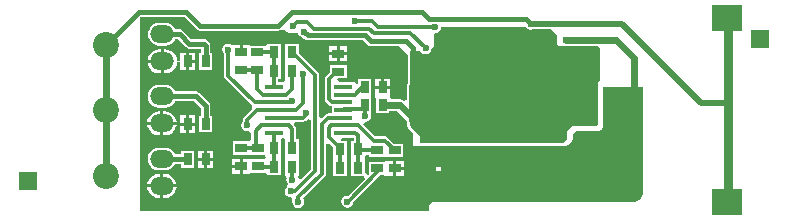
<source format=gbl>
G04*
G04 #@! TF.GenerationSoftware,Altium Limited,Altium Designer,20.2.8 (258)*
G04*
G04 Layer_Physical_Order=2*
G04 Layer_Color=16711680*
%FSLAX44Y44*%
%MOMM*%
G71*
G04*
G04 #@! TF.SameCoordinates,D032E148-705B-442B-B370-39794CB6FC5C*
G04*
G04*
G04 #@! TF.FilePolarity,Positive*
G04*
G01*
G75*
%ADD14R,0.7500X1.0000*%
%ADD16R,1.5000X1.5000*%
%ADD18R,1.0000X0.7500*%
%ADD40C,0.3000*%
%ADD46C,0.8000*%
%ADD47C,0.5000*%
%ADD48C,0.4000*%
%ADD49C,0.6000*%
%ADD50C,0.3500*%
%ADD51R,2.5000X2.2000*%
%ADD52O,2.0000X1.5000*%
%ADD53C,2.2000*%
%ADD54C,0.6000*%
%ADD55R,1.5000X0.4000*%
G36*
X431657Y70500D02*
X432395Y69395D01*
X434049Y68290D01*
X436000Y67902D01*
X437951Y68290D01*
X438133Y68412D01*
X452588D01*
X458000Y63000D01*
Y56000D01*
X460000Y54000D01*
X465508D01*
X466000Y53902D01*
X493098D01*
X495000Y52000D01*
Y25000D01*
X493000Y23000D01*
Y-12000D01*
X491000Y-14000D01*
X471000D01*
X467000Y-18000D01*
Y-25000D01*
X464000Y-28000D01*
X342000D01*
Y-19000D01*
X333000Y-10000D01*
Y20095D01*
X333211Y21155D01*
X333617Y21763D01*
X333694Y21949D01*
X333806Y22116D01*
X333845Y22313D01*
X333922Y22498D01*
Y22699D01*
X333961Y22896D01*
Y46155D01*
X333957Y46175D01*
X333960Y46196D01*
X333879Y46565D01*
X333806Y46935D01*
X333794Y46952D01*
X333789Y46973D01*
X333573Y47283D01*
X333428Y47500D01*
X333649Y48615D01*
X334090Y50000D01*
X342323D01*
X343395Y48395D01*
X345049Y47290D01*
X347000Y46902D01*
X348951Y47290D01*
X350605Y48395D01*
X351710Y50049D01*
X352098Y52000D01*
X352082Y52082D01*
X354000Y54000D01*
Y62754D01*
X355000Y64902D01*
X356951Y65290D01*
X358605Y66395D01*
X359710Y68049D01*
X360098Y70000D01*
X362547Y70500D01*
X431657Y70500D01*
D02*
G37*
G36*
X153116Y68116D02*
X153116Y68116D01*
X154439Y67232D01*
X156000Y66922D01*
X222000D01*
X222000Y66922D01*
X223561Y67232D01*
X224378Y67778D01*
X225490Y67992D01*
X227818Y67515D01*
X228290Y67042D01*
X229757Y66062D01*
X231387Y65387D01*
X233118Y65043D01*
X234000Y65000D01*
X239101D01*
X239290Y64049D01*
X240395Y62395D01*
X242049Y61290D01*
X243164Y61068D01*
X244116Y60116D01*
X244116Y60116D01*
X245439Y59232D01*
X247000Y58922D01*
X247000Y58922D01*
X294311D01*
X298116Y55116D01*
X299439Y54232D01*
X301000Y53922D01*
X301000Y53922D01*
X323834D01*
X331922Y46155D01*
Y22896D01*
X331290Y21951D01*
X330902Y20000D01*
Y8556D01*
X329617Y8024D01*
X328402Y7740D01*
X326951Y8710D01*
X325000Y9098D01*
X317243D01*
X316910Y11460D01*
X316910Y13276D01*
Y17730D01*
X310620D01*
X304330D01*
Y13276D01*
X304330Y11460D01*
X304870Y9184D01*
Y-3000D01*
X316370D01*
Y-1098D01*
X322888D01*
X330902Y-9112D01*
Y-12000D01*
X331290Y-13951D01*
X332395Y-15605D01*
X336000Y-19210D01*
Y-31000D01*
X463000D01*
X463882Y-30957D01*
X465613Y-30613D01*
X467243Y-29938D01*
X468710Y-28958D01*
X469958Y-27710D01*
X470938Y-26243D01*
X471613Y-24613D01*
X471957Y-22882D01*
X472000Y-22000D01*
Y-21204D01*
X472609Y-19734D01*
X473734Y-18609D01*
X475204Y-18000D01*
X493000D01*
X493781Y-17924D01*
X495223Y-17327D01*
X496327Y-16223D01*
X496924Y-14781D01*
X497000Y-14000D01*
X497000Y19000D01*
X531000D01*
Y-69000D01*
X531000Y-69000D01*
Y-69886D01*
X530654Y-71625D01*
X529976Y-73263D01*
X528991Y-74737D01*
X527737Y-75991D01*
X526263Y-76976D01*
X524625Y-77654D01*
X522886Y-78000D01*
X522000Y-78000D01*
X354000D01*
X354000Y-78000D01*
X353220Y-78077D01*
X351778Y-78674D01*
X350674Y-79778D01*
X350077Y-81220D01*
X350000Y-82000D01*
Y-86000D01*
X105000Y-86000D01*
Y78232D01*
X105689Y78922D01*
X142311D01*
X153116Y68116D01*
D02*
G37*
%LPC*%
G36*
X280540Y53910D02*
X274270D01*
Y48890D01*
X280540D01*
Y53910D01*
D02*
G37*
G36*
X271730D02*
X265460D01*
Y48890D01*
X271730D01*
Y53910D01*
D02*
G37*
G36*
X151670Y48540D02*
X146650D01*
Y42270D01*
X151670D01*
Y48540D01*
D02*
G37*
G36*
X122730Y51127D02*
X121500D01*
X118879Y50782D01*
X116437Y49770D01*
X114339Y48161D01*
X112730Y46063D01*
X111718Y43621D01*
X111541Y42270D01*
X122730D01*
Y51127D01*
D02*
G37*
G36*
X280540Y46350D02*
X274270D01*
Y41330D01*
X280540D01*
Y46350D01*
D02*
G37*
G36*
X271730D02*
X265460D01*
Y41330D01*
X271730D01*
Y46350D01*
D02*
G37*
G36*
X126500Y73582D02*
X121500D01*
X119020Y73256D01*
X116709Y72298D01*
X114725Y70775D01*
X113202Y68791D01*
X112245Y66480D01*
X111918Y64000D01*
X112245Y61520D01*
X113202Y59209D01*
X114725Y57224D01*
X116709Y55702D01*
X119020Y54745D01*
X121500Y54418D01*
X126500D01*
X128980Y54745D01*
X131291Y55702D01*
X133275Y57224D01*
X134798Y59209D01*
X134952Y59580D01*
X137403Y59829D01*
X144116Y53116D01*
X145439Y52232D01*
X147000Y51922D01*
X156542D01*
Y48000D01*
X154870D01*
Y34000D01*
X166370D01*
Y48000D01*
X164698D01*
Y54380D01*
X164388Y55941D01*
X163504Y57264D01*
X161884Y58884D01*
X160561Y59768D01*
X159000Y60078D01*
X159000Y60078D01*
X148689D01*
X141884Y66884D01*
X140561Y67768D01*
X139000Y68078D01*
X139000Y68078D01*
X135093D01*
X134798Y68791D01*
X133275Y70775D01*
X131291Y72298D01*
X128980Y73256D01*
X126500Y73582D01*
D02*
G37*
G36*
X151670Y39730D02*
X146650D01*
Y33460D01*
X151670D01*
Y39730D01*
D02*
G37*
G36*
X126500Y51127D02*
X125270D01*
Y41000D01*
Y30873D01*
X126500D01*
X129121Y31218D01*
X131563Y32230D01*
X133661Y33839D01*
X135270Y35937D01*
X136282Y38379D01*
X136590Y40722D01*
X139090Y40558D01*
Y33460D01*
X144110D01*
Y41000D01*
X145380D01*
D01*
X144110D01*
Y48540D01*
X139090D01*
Y41442D01*
X136590Y41279D01*
X136282Y43621D01*
X135270Y46063D01*
X133661Y48161D01*
X131563Y49770D01*
X129121Y50782D01*
X126500Y51127D01*
D02*
G37*
G36*
X122730Y39730D02*
X111541D01*
X111718Y38379D01*
X112730Y35937D01*
X114339Y33839D01*
X116437Y32230D01*
X118879Y31218D01*
X121500Y30873D01*
X122730D01*
Y39730D01*
D02*
G37*
G36*
X316910Y26540D02*
X311890D01*
Y20270D01*
X316910D01*
Y26540D01*
D02*
G37*
G36*
X309350D02*
X304330D01*
Y20270D01*
X309350D01*
Y26540D01*
D02*
G37*
G36*
X180000Y56098D02*
X178049Y55710D01*
X176395Y54605D01*
X175290Y52951D01*
X174902Y51000D01*
X175290Y49049D01*
X176177Y47722D01*
Y29000D01*
X176468Y27537D01*
X177296Y26296D01*
X199796Y3796D01*
X200253Y810D01*
X200224Y733D01*
X193477Y-6015D01*
X192703Y-7173D01*
X192431Y-8539D01*
Y-9371D01*
X192395Y-9395D01*
X191290Y-11049D01*
X190902Y-13000D01*
X191290Y-14951D01*
X192395Y-16605D01*
X194049Y-17710D01*
X196000Y-18098D01*
X196971Y-17905D01*
X199111Y-19291D01*
X199431Y-19727D01*
Y-24723D01*
X198000Y-26630D01*
X184000D01*
Y-38130D01*
X195500D01*
X198000Y-38130D01*
Y-38130D01*
X198000D01*
Y-38130D01*
X210606D01*
X211675Y-40630D01*
X210490Y-41870D01*
X198540D01*
Y-41330D01*
X192270D01*
Y-47620D01*
Y-53910D01*
X198540D01*
Y-53370D01*
X212000D01*
X212630Y-55000D01*
X224130D01*
Y-41000D01*
X224130D01*
Y-39000D01*
X224130D01*
Y-25000D01*
X226000Y-23507D01*
X227870Y-25000D01*
X227870Y-25826D01*
Y-39000D01*
X227870D01*
Y-41000D01*
X227870D01*
Y-55000D01*
X227870D01*
X228962Y-57048D01*
X229200Y-57500D01*
X228902Y-59000D01*
X229290Y-60951D01*
X230092Y-62151D01*
X230359Y-62747D01*
X229733Y-65169D01*
X229395Y-65395D01*
X228290Y-67049D01*
X227902Y-69000D01*
X228290Y-70951D01*
X229395Y-72605D01*
X231049Y-73710D01*
X232635Y-74026D01*
X233559Y-75154D01*
X234219Y-76404D01*
X233902Y-78000D01*
X234290Y-79951D01*
X235395Y-81605D01*
X237049Y-82710D01*
X239000Y-83098D01*
X240951Y-82710D01*
X242605Y-81605D01*
X243710Y-79951D01*
X244098Y-78000D01*
X243710Y-76049D01*
X243024Y-75023D01*
X261523Y-56523D01*
X262297Y-55366D01*
X262569Y-54000D01*
Y-28882D01*
X264878Y-27925D01*
X268630Y-31677D01*
Y-40000D01*
X268630D01*
Y-42000D01*
X268630D01*
Y-56000D01*
X280130D01*
Y-42000D01*
X280130D01*
Y-40000D01*
X280130D01*
Y-26000D01*
X275483D01*
X275286Y-25705D01*
X276465Y-23500D01*
X286051D01*
Y-26000D01*
X283870D01*
Y-40000D01*
X283870D01*
Y-42000D01*
X283870D01*
Y-56000D01*
X293093D01*
X294418Y-56000D01*
X295512Y-58441D01*
X281318Y-72635D01*
X280770Y-72526D01*
X278819Y-72914D01*
X277165Y-74019D01*
X276060Y-75673D01*
X275672Y-77624D01*
X276060Y-79574D01*
X277165Y-81228D01*
X278819Y-82333D01*
X280770Y-82722D01*
X282721Y-82333D01*
X284375Y-81228D01*
X285480Y-79574D01*
X285730Y-78317D01*
X308523Y-55523D01*
X308626Y-55370D01*
X311184D01*
X313460Y-55910D01*
X315276Y-55910D01*
X319730D01*
Y-49620D01*
Y-43330D01*
X315276D01*
X313460Y-43330D01*
X311184Y-43870D01*
X299000D01*
Y-54037D01*
X297870Y-54889D01*
X295523Y-53794D01*
X295370Y-53643D01*
Y-42000D01*
X295370D01*
Y-40448D01*
X296453Y-37949D01*
X299000D01*
Y-40130D01*
X313000D01*
X313000Y-40130D01*
X314000D01*
Y-40130D01*
X315500Y-40130D01*
X328000D01*
Y-28630D01*
X320297D01*
X315143Y-23477D01*
X313986Y-22703D01*
X312620Y-22431D01*
X304478D01*
X294369Y-12323D01*
X295601Y-10019D01*
X296000Y-10098D01*
X297951Y-9710D01*
X299605Y-8605D01*
X300710Y-6951D01*
X301008Y-5450D01*
X301098Y-5000D01*
X301130Y-3000D01*
X301130Y-3000D01*
Y11000D01*
X301130Y11000D01*
Y12000D01*
X301130D01*
X301130Y13500D01*
Y26000D01*
X289630D01*
Y22520D01*
X289210Y22239D01*
X286710Y23500D01*
Y23500D01*
X273407D01*
X272071Y26000D01*
X272492Y26630D01*
X280000D01*
Y38130D01*
X266000D01*
Y32047D01*
X262477Y28523D01*
X261703Y27366D01*
X261431Y26000D01*
Y9000D01*
X261703Y7634D01*
X262477Y6477D01*
X264977Y3977D01*
X266134Y3203D01*
X267500Y2931D01*
X267710D01*
Y-2931D01*
X264500D01*
X263134Y-3203D01*
X261977Y-3977D01*
X259046Y-6908D01*
X256736Y-5951D01*
Y29453D01*
X256465Y30818D01*
X255691Y31976D01*
X239370Y48297D01*
Y56000D01*
X227870D01*
Y42500D01*
X227870Y42000D01*
X227870D01*
Y40000D01*
X227870D01*
Y26000D01*
X227870D01*
X227969Y25409D01*
X226355Y23500D01*
X222359D01*
Y26000D01*
X224130D01*
Y40000D01*
X224130D01*
Y42000D01*
X224130D01*
Y56000D01*
X212630D01*
Y56000D01*
X211000Y54370D01*
X198540D01*
Y54910D01*
X192270D01*
Y48620D01*
X189730D01*
Y54910D01*
X183460D01*
X183460Y54910D01*
X182567Y55298D01*
X181951Y55710D01*
X180000Y56098D01*
D02*
G37*
G36*
X126230Y-1323D02*
X125000D01*
Y-10180D01*
X136189D01*
X136012Y-8829D01*
X135000Y-6387D01*
X133391Y-4289D01*
X131293Y-2680D01*
X128851Y-1668D01*
X126230Y-1323D01*
D02*
G37*
G36*
X122460D02*
X121230D01*
X118609Y-1668D01*
X116167Y-2680D01*
X114069Y-4289D01*
X112460Y-6387D01*
X111448Y-8829D01*
X111271Y-10180D01*
X122460D01*
Y-1323D01*
D02*
G37*
G36*
X151670Y-4460D02*
X146650D01*
Y-10730D01*
X151670D01*
Y-4460D01*
D02*
G37*
G36*
X144110D02*
X139090D01*
Y-10730D01*
X144110D01*
Y-4460D01*
D02*
G37*
G36*
X126230Y21132D02*
X121230D01*
X118750Y20805D01*
X116439Y19848D01*
X114455Y18326D01*
X112932Y16341D01*
X111975Y14030D01*
X111648Y11550D01*
X111975Y9070D01*
X112932Y6759D01*
X114455Y4775D01*
X116439Y3252D01*
X118750Y2295D01*
X121230Y1968D01*
X126230D01*
X128710Y2295D01*
X131021Y3252D01*
X133006Y4775D01*
X134528Y6759D01*
X134823Y7472D01*
X150761D01*
X156542Y1691D01*
Y-5000D01*
X154870D01*
Y-19000D01*
X166370D01*
Y-5000D01*
X164698D01*
Y3380D01*
X164698Y3380D01*
X164388Y4941D01*
X163504Y6264D01*
X155334Y14434D01*
X154011Y15318D01*
X152450Y15628D01*
X152450Y15628D01*
X134823D01*
X134528Y16341D01*
X133006Y18326D01*
X131021Y19848D01*
X128710Y20805D01*
X126230Y21132D01*
D02*
G37*
G36*
X151670Y-13270D02*
X146650D01*
Y-19540D01*
X151670D01*
Y-13270D01*
D02*
G37*
G36*
X144110D02*
X139090D01*
Y-19540D01*
X144110D01*
Y-13270D01*
D02*
G37*
G36*
X136189Y-12720D02*
X125000D01*
Y-21577D01*
X126230D01*
X128851Y-21232D01*
X131293Y-20220D01*
X133391Y-18611D01*
X135000Y-16513D01*
X136012Y-14071D01*
X136189Y-12720D01*
D02*
G37*
G36*
X122460D02*
X111271D01*
X111448Y-14071D01*
X112460Y-16513D01*
X114069Y-18611D01*
X116167Y-20220D01*
X118609Y-21232D01*
X121230Y-21577D01*
X122460D01*
Y-12720D01*
D02*
G37*
G36*
X166910Y-34460D02*
X161890D01*
Y-40730D01*
X166910D01*
Y-34460D01*
D02*
G37*
G36*
X159350D02*
X154330D01*
Y-40730D01*
X159350D01*
Y-34460D01*
D02*
G37*
G36*
X189730Y-41330D02*
X183460D01*
Y-46350D01*
X189730D01*
Y-41330D01*
D02*
G37*
G36*
X322270Y-43330D02*
Y-48350D01*
X328540D01*
Y-43330D01*
X322270D01*
D02*
G37*
G36*
X126160Y-31868D02*
X121160D01*
X118680Y-32195D01*
X116369Y-33152D01*
X114385Y-34675D01*
X112862Y-36659D01*
X111905Y-38970D01*
X111578Y-41450D01*
X111905Y-43930D01*
X112862Y-46241D01*
X114385Y-48225D01*
X116369Y-49748D01*
X118680Y-50705D01*
X121160Y-51032D01*
X126160D01*
X128640Y-50705D01*
X130951Y-49748D01*
X132935Y-48225D01*
X134458Y-46241D01*
X134754Y-45528D01*
X139630D01*
Y-49000D01*
X151130D01*
Y-35000D01*
X139630D01*
Y-37372D01*
X134754D01*
X134458Y-36659D01*
X132935Y-34675D01*
X130951Y-33152D01*
X128640Y-32195D01*
X126160Y-31868D01*
D02*
G37*
G36*
X166910Y-43270D02*
X161890D01*
Y-49540D01*
X166910D01*
Y-43270D01*
D02*
G37*
G36*
X159350D02*
X154330D01*
Y-49540D01*
X159350D01*
Y-43270D01*
D02*
G37*
G36*
X360000Y-48000D02*
X356000D01*
Y-52000D01*
X360000D01*
Y-48000D01*
D02*
G37*
G36*
X189730Y-48890D02*
X183460D01*
Y-53910D01*
X189730D01*
Y-48890D01*
D02*
G37*
G36*
X328540Y-50890D02*
X322270D01*
Y-55910D01*
X328540D01*
Y-50890D01*
D02*
G37*
G36*
X126160Y-54323D02*
X124930D01*
Y-63180D01*
X136119D01*
X135942Y-61829D01*
X134930Y-59387D01*
X133321Y-57289D01*
X131223Y-55680D01*
X128781Y-54668D01*
X126160Y-54323D01*
D02*
G37*
G36*
X122390D02*
X121160D01*
X118539Y-54668D01*
X116097Y-55680D01*
X113999Y-57289D01*
X112390Y-59387D01*
X111378Y-61829D01*
X111201Y-63180D01*
X122390D01*
Y-54323D01*
D02*
G37*
G36*
X136119Y-65720D02*
X124930D01*
Y-74577D01*
X126160D01*
X128781Y-74232D01*
X131223Y-73220D01*
X133321Y-71611D01*
X134930Y-69513D01*
X135942Y-67071D01*
X136119Y-65720D01*
D02*
G37*
G36*
X122390D02*
X111201D01*
X111378Y-67071D01*
X112390Y-69513D01*
X113999Y-71611D01*
X116097Y-73220D01*
X118539Y-74232D01*
X121160Y-74577D01*
X122390D01*
Y-65720D01*
D02*
G37*
%LPD*%
G36*
X249511Y-8947D02*
X249599Y-9044D01*
Y-50354D01*
X241532Y-58421D01*
X238819Y-57599D01*
X238800Y-57500D01*
X239370Y-55000D01*
X239370Y-55000D01*
Y-41000D01*
X239370D01*
Y-39000D01*
X239370D01*
Y-25000D01*
X237569D01*
Y-16000D01*
X237297Y-14634D01*
X236523Y-13477D01*
X235615Y-12569D01*
X236651Y-10069D01*
X243500D01*
X244866Y-9797D01*
X246023Y-9023D01*
X247099Y-7948D01*
X249511Y-8947D01*
D02*
G37*
D14*
X160620Y41000D02*
D03*
X145380D02*
D03*
X160620Y-12000D02*
D03*
X145380D02*
D03*
Y-42000D02*
D03*
X160620D02*
D03*
X310620Y19000D02*
D03*
X295380D02*
D03*
X289620Y-49000D02*
D03*
X274380D02*
D03*
X289620Y-33000D02*
D03*
X274380D02*
D03*
X218380Y-48000D02*
D03*
X233620D02*
D03*
X218380Y-32000D02*
D03*
X233620D02*
D03*
X218380Y33000D02*
D03*
X233620D02*
D03*
X218380Y49000D02*
D03*
X233620D02*
D03*
X310620Y4000D02*
D03*
X295380D02*
D03*
D16*
X10000Y-60000D02*
D03*
X630000Y60000D02*
D03*
D18*
X273000Y47620D02*
D03*
Y32380D02*
D03*
X306000Y-34380D02*
D03*
Y-49620D02*
D03*
X321000Y-34380D02*
D03*
Y-49620D02*
D03*
X191000Y-32380D02*
D03*
Y-47620D02*
D03*
X205000D02*
D03*
Y-32380D02*
D03*
X204000Y33380D02*
D03*
Y48620D02*
D03*
X191000Y33380D02*
D03*
Y48620D02*
D03*
D40*
X218790Y48590D02*
G03*
X218380Y49000I-410J0D01*
G01*
X218000Y48620D02*
G03*
X218380Y49000I0J380D01*
G01*
X234000Y32428D02*
G03*
X234240Y32380I240J572D01*
G01*
X234000Y32620D02*
G03*
X233620Y33000I-380J0D01*
G01*
D02*
G03*
X234000Y32428I620J0D01*
G01*
X218380Y-48000D02*
G03*
X218790Y-47590I0J410D01*
G01*
X203000Y-47620D02*
G03*
X203380Y-48000I380J0D01*
G01*
X233620Y-32000D02*
G03*
X235000Y-33380I1380J0D01*
G01*
X233620Y-32000D02*
G03*
X234000Y-31620I0J380D01*
G01*
X281376Y-77624D02*
X306000Y-53000D01*
X280770Y-77624D02*
X281376D01*
X306000Y-53000D02*
Y-49620D01*
X239000Y-78000D02*
Y-74000D01*
X259000Y-54000D02*
Y-12000D01*
X237000Y0D02*
X243000Y6000D01*
X204539Y0D02*
X237000D01*
X243000Y6000D02*
Y30000D01*
X277686Y476D02*
X291856D01*
X277210Y0D02*
X277686Y476D01*
X291856D02*
X295380Y4000D01*
Y-4380D02*
X296000Y-5000D01*
X295380Y-4380D02*
Y4000D01*
X299332Y68668D02*
X303000Y65000D01*
X334000D02*
X347000Y52000D01*
X303000Y65000D02*
X334000D01*
X301739Y75261D02*
X307000Y70000D01*
X355000D01*
X287349Y75261D02*
X301739D01*
X252208Y68668D02*
X299332D01*
X246875Y74000D02*
X252208Y68668D01*
X238000Y74000D02*
X246875D01*
X235000Y71000D02*
X238000Y74000D01*
X293000Y19000D02*
X295380D01*
X239000Y-74000D02*
X259000Y-54000D01*
X204000Y18000D02*
Y33380D01*
Y18000D02*
X209000Y13000D01*
X312620Y-26000D02*
X321000Y-34380D01*
X303000Y-26000D02*
X312620D01*
X290000Y-13000D02*
X303000Y-26000D01*
X277210Y-13000D02*
X290000D01*
X218790Y19500D02*
Y48590D01*
X204000Y48620D02*
X218000D01*
X203000D02*
X204000D01*
X234000Y32428D02*
Y32620D01*
Y18000D02*
Y32428D01*
X218790Y-47590D02*
Y-19500D01*
X203380Y-48000D02*
X218380D01*
X203000Y-32380D02*
Y-18000D01*
X234000Y-31620D02*
Y-16000D01*
X231000Y-13000D02*
X234000Y-16000D01*
X218790Y-13000D02*
X231000D01*
X203000Y-18000D02*
X208000Y-13000D01*
X218790Y13000D02*
X229000D01*
X234000Y18000D01*
X236000Y-69000D02*
X253167Y-51832D01*
X233000Y-69000D02*
X236000D01*
X253167Y-51832D02*
Y29453D01*
X289620Y-33000D02*
X291000Y-34380D01*
X306000D01*
X259000Y-12000D02*
X264500Y-6500D01*
X233620Y49000D02*
X253167Y29453D01*
X243500Y-6500D02*
X245952Y-4048D01*
Y-2461D01*
X203000Y-32380D02*
X205000D01*
X191000D02*
X203000D01*
X274380Y-33000D02*
Y-32380D01*
X265000Y-23000D02*
X274380Y-32380D01*
X265000Y-23000D02*
Y-15000D01*
X267000Y-13000D01*
X277210D01*
X191000Y33380D02*
X203000D01*
X289620Y-33000D02*
Y-21620D01*
X287500Y-19500D02*
X289620Y-21620D01*
X277210Y-19500D02*
X287500D01*
X274380Y-49000D02*
Y-33000D01*
X265000Y26000D02*
X270000Y31000D01*
X264500Y-6500D02*
X277210D01*
X233620Y-58620D02*
Y-48000D01*
X196000Y-8539D02*
X204539Y0D01*
X265000Y9000D02*
Y26000D01*
Y9000D02*
X267500Y6500D01*
X277210D01*
X287000Y13000D02*
X293000Y19000D01*
X277210Y13000D02*
X287000D01*
X218790Y-6500D02*
X243500D01*
X196000Y-13000D02*
Y-8539D01*
X289620Y-49000D02*
Y-33000D01*
X209000Y13000D02*
X218790D01*
X208000Y-13000D02*
X218790D01*
D46*
X603250Y-77500D02*
Y6000D01*
Y77500D01*
D47*
X603000Y6000D02*
X603250D01*
X580000D02*
X603000D01*
X436000Y73000D02*
X513000D01*
X580000Y6000D01*
D48*
X160620Y41000D02*
Y54380D01*
X159000Y56000D02*
X160620Y54380D01*
X147000Y56000D02*
X159000D01*
X139000Y64000D02*
X147000Y56000D01*
X124000Y64000D02*
X139000D01*
X160620Y-12000D02*
Y3380D01*
X152450Y11550D02*
X160620Y3380D01*
X123730Y11550D02*
X152450D01*
X123660Y-41450D02*
X144830D01*
X145380Y-42000D01*
X234000Y83000D02*
X344000D01*
X104000D02*
X144000D01*
X222000Y71000D02*
X234000Y83000D01*
X156000Y71000D02*
X222000D01*
X144000Y83000D02*
X156000Y71000D01*
X76000Y55000D02*
X104000Y83000D01*
X336000Y20000D02*
Y52000D01*
X296000Y63000D02*
X301000Y58000D01*
X330000D02*
X336000Y52000D01*
X301000Y58000D02*
X330000D01*
X344000Y83000D02*
X350000Y77000D01*
X432000D02*
X436000Y73000D01*
X350000Y77000D02*
X432000D01*
X247000Y63000D02*
X296000D01*
X244000Y66000D02*
X247000Y63000D01*
D49*
X76000Y-500D02*
Y55000D01*
Y-56000D02*
Y-500D01*
X336000Y-12000D02*
X345000Y-21000D01*
X336000Y-7000D02*
Y20000D01*
X345000Y-21000D02*
X347000Y-19000D01*
Y-19000D01*
X523000Y10000D02*
Y44000D01*
X336000Y-12000D02*
Y-7000D01*
X310620Y4000D02*
X325000D01*
X336000Y-7000D01*
X508000Y59000D02*
X523000Y44000D01*
X466000Y59000D02*
X508000D01*
D50*
X180000Y29000D02*
X202500Y6500D01*
X180000Y29000D02*
Y51000D01*
X202500Y6500D02*
X218790D01*
X233389D01*
X234039Y7150D01*
D51*
X602000Y-77800D02*
D03*
Y77800D02*
D03*
D52*
X123660Y-64450D02*
D03*
Y-41450D02*
D03*
X123730Y-11450D02*
D03*
X123730Y11550D02*
D03*
X124000Y41000D02*
D03*
Y64000D02*
D03*
D53*
X76000Y-56000D02*
D03*
Y-500D02*
D03*
Y55000D02*
D03*
D54*
X495000Y-60000D02*
D03*
X280770Y-77624D02*
D03*
X239000Y-78000D02*
D03*
X243000Y30000D02*
D03*
X355000Y70000D02*
D03*
X287349Y75261D02*
D03*
X235000Y71000D02*
D03*
X244000Y66000D02*
D03*
X347000Y52000D02*
D03*
Y-19000D02*
D03*
X423000Y56000D02*
D03*
X603000Y6000D02*
D03*
X180000Y51000D02*
D03*
X299000Y31000D02*
D03*
X253000Y54000D02*
D03*
X528000Y16000D02*
D03*
X109000Y75000D02*
D03*
X246121Y-39207D02*
D03*
X296000Y-5000D02*
D03*
X226000Y65000D02*
D03*
X109000Y25000D02*
D03*
Y-27000D02*
D03*
X108000Y-83000D02*
D03*
X225000D02*
D03*
X528000Y-23000D02*
D03*
X524000Y-73000D02*
D03*
X467000Y-64000D02*
D03*
X384000Y-50000D02*
D03*
X332000D02*
D03*
X261000Y1000D02*
D03*
X196000Y2000D02*
D03*
X245952Y-2461D02*
D03*
X233000Y-69000D02*
D03*
X200000Y-59000D02*
D03*
X162000Y-83000D02*
D03*
X170000Y29000D02*
D03*
X265731Y-55339D02*
D03*
X192000Y64000D02*
D03*
X234000Y-59000D02*
D03*
X436000Y73000D02*
D03*
X466000Y59000D02*
D03*
X357000Y0D02*
D03*
X389000D02*
D03*
Y25000D02*
D03*
Y52000D02*
D03*
X454000Y-13000D02*
D03*
X427000Y-25000D02*
D03*
X234039Y7150D02*
D03*
X196000Y-13000D02*
D03*
X187000Y-21000D02*
D03*
X426000Y-52000D02*
D03*
Y-72000D02*
D03*
D55*
X218790Y-19500D02*
D03*
Y-13000D02*
D03*
Y-6500D02*
D03*
Y0D02*
D03*
Y6500D02*
D03*
Y13000D02*
D03*
Y19500D02*
D03*
X277210D02*
D03*
Y13000D02*
D03*
Y6500D02*
D03*
Y0D02*
D03*
Y-6500D02*
D03*
Y-13000D02*
D03*
Y-19500D02*
D03*
M02*

</source>
